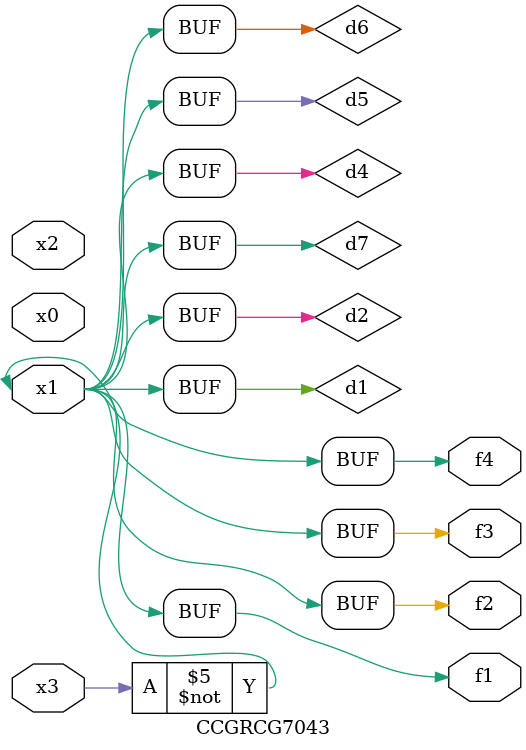
<source format=v>
module CCGRCG7043(
	input x0, x1, x2, x3,
	output f1, f2, f3, f4
);

	wire d1, d2, d3, d4, d5, d6, d7;

	not (d1, x3);
	buf (d2, x1);
	xnor (d3, d1, d2);
	nor (d4, d1);
	buf (d5, d1, d2);
	buf (d6, d4, d5);
	nand (d7, d4);
	assign f1 = d6;
	assign f2 = d7;
	assign f3 = d6;
	assign f4 = d6;
endmodule

</source>
